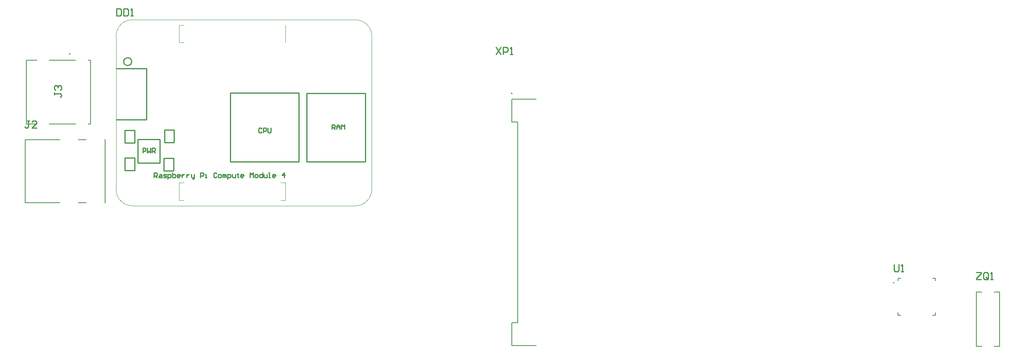
<source format=gto>
G04*
G04 #@! TF.GenerationSoftware,Altium Limited,Altium Designer,25.1.2 (22)*
G04*
G04 Layer_Color=65535*
%FSLAX44Y44*%
%MOMM*%
G71*
G04*
G04 #@! TF.SameCoordinates,47DE64E8-2747-4DE2-8CAA-9D4F0D5BEAA4*
G04*
G04*
G04 #@! TF.FilePolarity,Positive*
G04*
G01*
G75*
%ADD10C,0.2000*%
%ADD11C,0.1200*%
%ADD12C,0.2540*%
%ADD13C,0.1270*%
%ADD14C,0.1500*%
D10*
X97500Y862500D02*
G03*
X97500Y862500I-1000J0D01*
G01*
X1869400Y370000D02*
G03*
X1869400Y370000I-1000J0D01*
G01*
X1048000Y777500D02*
G03*
X1048000Y777500I-1000J0D01*
G01*
D11*
X231000Y935800D02*
G03*
X196000Y900800I0J-35000D01*
G01*
Y570800D02*
G03*
X231000Y535800I35000J0D01*
G01*
X711000D02*
G03*
X746000Y570800I0J35000D01*
G01*
Y900800D02*
G03*
X711000Y935800I-35000J0D01*
G01*
X332000Y886500D02*
X342000D01*
X332000Y924300D02*
X342000D01*
X332000Y547300D02*
X342000D01*
X332000Y585100D02*
X342000D01*
X550000D02*
X560000D01*
X550000Y547300D02*
X560000D01*
Y585100D01*
X332000Y547300D02*
Y585100D01*
Y886500D02*
Y924300D01*
X560000Y886500D02*
Y924300D01*
X746000Y570800D02*
Y900800D01*
X231000Y535800D02*
X711000D01*
X196000Y570800D02*
Y900800D01*
X231000Y935800D02*
X711000D01*
D12*
X229602Y845800D02*
G03*
X229602Y845800I-8602J0D01*
G01*
X196000Y830800D02*
X261000D01*
Y720800D02*
Y830800D01*
X196000Y720800D02*
X261000D01*
X196000D02*
X231000D01*
X589000Y630800D02*
Y778800D01*
X442000Y630800D02*
X589000D01*
X442000D02*
Y778800D01*
X589000D01*
X299000Y637800D02*
X320000D01*
X299000Y610800D02*
Y637800D01*
Y610800D02*
X320000D01*
Y637800D01*
X300000Y698800D02*
X321000D01*
X300000Y671800D02*
Y698800D01*
Y671800D02*
X321000D01*
Y698800D01*
X215000Y697800D02*
X236000D01*
X215000Y670800D02*
Y697800D01*
Y670800D02*
X236000D01*
Y697800D01*
X215000Y638800D02*
X236000D01*
X215000Y611800D02*
Y638800D01*
Y611800D02*
X236000D01*
Y638800D01*
X290000Y627800D02*
Y678800D01*
X243000Y627800D02*
X290000D01*
X243000D02*
Y678800D01*
X290000D01*
X606000Y777800D02*
X732000D01*
Y630800D02*
Y777800D01*
X606000Y630800D02*
X732000D01*
X606000D02*
Y777800D01*
X277540Y596672D02*
Y606669D01*
X282539D01*
X284205Y605003D01*
Y601671D01*
X282539Y600005D01*
X277540D01*
X280872D02*
X284205Y596672D01*
X289203Y603337D02*
X292535D01*
X294201Y601671D01*
Y596672D01*
X289203D01*
X287537Y598339D01*
X289203Y600005D01*
X294201D01*
X297534Y596672D02*
X302532D01*
X304198Y598339D01*
X302532Y600005D01*
X299200D01*
X297534Y601671D01*
X299200Y603337D01*
X304198D01*
X307530Y593340D02*
Y603337D01*
X312529D01*
X314195Y601671D01*
Y598339D01*
X312529Y596672D01*
X307530D01*
X317527Y606669D02*
Y596672D01*
X322526D01*
X324192Y598339D01*
Y600005D01*
Y601671D01*
X322526Y603337D01*
X317527D01*
X332522Y596672D02*
X329190D01*
X327524Y598339D01*
Y601671D01*
X329190Y603337D01*
X332522D01*
X334188Y601671D01*
Y600005D01*
X327524D01*
X337521Y603337D02*
Y596672D01*
Y600005D01*
X339187Y601671D01*
X340853Y603337D01*
X342519D01*
X347518D02*
Y596672D01*
Y600005D01*
X349184Y601671D01*
X350850Y603337D01*
X352516D01*
X357514D02*
Y598339D01*
X359180Y596672D01*
X364179D01*
Y595006D01*
X362513Y593340D01*
X360847D01*
X364179Y596672D02*
Y603337D01*
X377508Y596672D02*
Y606669D01*
X382506D01*
X384172Y605003D01*
Y601671D01*
X382506Y600005D01*
X377508D01*
X387505Y596672D02*
X390837D01*
X389171D01*
Y603337D01*
X387505D01*
X412497Y605003D02*
X410830Y606669D01*
X407498D01*
X405832Y605003D01*
Y598339D01*
X407498Y596672D01*
X410830D01*
X412497Y598339D01*
X417495Y596672D02*
X420827D01*
X422493Y598339D01*
Y601671D01*
X420827Y603337D01*
X417495D01*
X415829Y601671D01*
Y598339D01*
X417495Y596672D01*
X425826D02*
Y603337D01*
X427492D01*
X429158Y601671D01*
Y596672D01*
Y601671D01*
X430824Y603337D01*
X432490Y601671D01*
Y596672D01*
X435822Y593340D02*
Y603337D01*
X440821D01*
X442487Y601671D01*
Y598339D01*
X440821Y596672D01*
X435822D01*
X445819Y603337D02*
Y598339D01*
X447485Y596672D01*
X452484D01*
Y603337D01*
X457482Y605003D02*
Y603337D01*
X455816D01*
X459148D01*
X457482D01*
Y598339D01*
X459148Y596672D01*
X469145D02*
X465813D01*
X464147Y598339D01*
Y601671D01*
X465813Y603337D01*
X469145D01*
X470811Y601671D01*
Y600005D01*
X464147D01*
X484140Y596672D02*
Y606669D01*
X487472Y603337D01*
X490805Y606669D01*
Y596672D01*
X495803D02*
X499135D01*
X500802Y598339D01*
Y601671D01*
X499135Y603337D01*
X495803D01*
X494137Y601671D01*
Y598339D01*
X495803Y596672D01*
X510798Y606669D02*
Y596672D01*
X505800D01*
X504134Y598339D01*
Y601671D01*
X505800Y603337D01*
X510798D01*
X514131D02*
Y598339D01*
X515797Y596672D01*
X520795D01*
Y603337D01*
X524127Y596672D02*
X527460D01*
X525793D01*
Y606669D01*
X524127D01*
X537456Y596672D02*
X534124D01*
X532458Y598339D01*
Y601671D01*
X534124Y603337D01*
X537456D01*
X539123Y601671D01*
Y600005D01*
X532458D01*
X557450Y596672D02*
Y606669D01*
X552452Y601671D01*
X559116D01*
X509203Y701672D02*
X507537Y703338D01*
X504205D01*
X502538Y701672D01*
Y695008D01*
X504205Y693342D01*
X507537D01*
X509203Y695008D01*
X512535Y693342D02*
Y703338D01*
X517534D01*
X519200Y701672D01*
Y698340D01*
X517534Y696674D01*
X512535D01*
X522532Y703338D02*
Y695008D01*
X524198Y693342D01*
X527530D01*
X529197Y695008D01*
Y703338D01*
X660540Y700340D02*
Y710337D01*
X665538D01*
X667205Y708671D01*
Y705339D01*
X665538Y703672D01*
X660540D01*
X663872D02*
X667205Y700340D01*
X670537D02*
Y707005D01*
X673869Y710337D01*
X677201Y707005D01*
Y700340D01*
Y705339D01*
X670537D01*
X680534Y700340D02*
Y710337D01*
X683866Y707005D01*
X687198Y710337D01*
Y700340D01*
X253392Y649784D02*
Y659781D01*
X258390D01*
X260056Y658115D01*
Y654783D01*
X258390Y653117D01*
X253392D01*
X263389Y659781D02*
Y649784D01*
X266721Y653117D01*
X270053Y649784D01*
Y659781D01*
X273385Y649784D02*
Y659781D01*
X278384D01*
X280050Y658115D01*
Y654783D01*
X278384Y653117D01*
X273385D01*
X276717D02*
X280050Y649784D01*
X197278Y959327D02*
Y944092D01*
X204895D01*
X207435Y946631D01*
Y956788D01*
X204895Y959327D01*
X197278D01*
X212513D02*
Y944092D01*
X220131D01*
X222670Y946631D01*
Y956788D01*
X220131Y959327D01*
X212513D01*
X227748Y944092D02*
X232826D01*
X230287D01*
Y959327D01*
X227748Y956788D01*
X2045890Y392653D02*
X2056047D01*
Y390114D01*
X2045890Y379957D01*
Y377418D01*
X2056047D01*
X2071282Y379957D02*
Y390114D01*
X2068743Y392653D01*
X2063664D01*
X2061125Y390114D01*
Y379957D01*
X2063664Y377418D01*
X2068743D01*
X2066203Y382496D02*
X2071282Y377418D01*
X2068743D02*
X2071282Y379957D01*
X2076360Y377418D02*
X2081438D01*
X2078899D01*
Y392653D01*
X2076360Y390114D01*
X1868852Y409163D02*
Y396467D01*
X1871391Y393928D01*
X1876470D01*
X1879009Y396467D01*
Y409163D01*
X1884087Y393928D02*
X1889165D01*
X1886626D01*
Y409163D01*
X1884087Y406624D01*
X1013126Y876523D02*
X1023283Y861288D01*
Y876523D02*
X1013126Y861288D01*
X1028361D02*
Y876523D01*
X1035979D01*
X1038518Y873984D01*
Y868905D01*
X1035979Y866366D01*
X1028361D01*
X1043596Y861288D02*
X1048674D01*
X1046135D01*
Y876523D01*
X1043596Y873984D01*
X63457Y779555D02*
Y774476D01*
Y777015D01*
X76152D01*
X78692Y774476D01*
Y771937D01*
X76152Y769398D01*
X65996Y784633D02*
X63457Y787172D01*
Y792251D01*
X65996Y794790D01*
X68535D01*
X71074Y792251D01*
Y789711D01*
Y792251D01*
X73613Y794790D01*
X76152D01*
X78692Y792251D01*
Y787172D01*
X76152Y784633D01*
X10331Y718027D02*
X5252D01*
X7792D01*
Y705331D01*
X5252Y702792D01*
X2713D01*
X174Y705331D01*
X25566Y702792D02*
X15409D01*
X25566Y712949D01*
Y715488D01*
X23027Y718027D01*
X17948D01*
X15409Y715488D01*
D13*
X52700Y848750D02*
X109300D01*
X52700Y711250D02*
X109300D01*
X135700D02*
X141000D01*
X135700Y848750D02*
X141000D01*
Y711250D02*
Y848750D01*
X3000Y711250D02*
X26300D01*
X3000D02*
Y848750D01*
X26300D01*
X1878000Y374300D02*
Y380000D01*
Y300000D02*
Y305700D01*
X1958000Y374300D02*
Y380000D01*
Y300000D02*
Y305700D01*
X1878000Y380000D02*
X1883700D01*
X1878000Y300000D02*
X1883700D01*
X1952300Y380000D02*
X1958000D01*
X1952300Y300000D02*
X1958000D01*
X2046000Y233500D02*
Y350500D01*
X2057850D01*
X2046000Y233500D02*
X2057850D01*
X2096000D02*
Y350500D01*
X2084150Y233500D02*
X2096000D01*
X2084150Y350500D02*
X2096000D01*
X115030Y677500D02*
X131770D01*
X500D02*
X74970D01*
X171830D02*
X172500D01*
X115030Y542500D02*
X131770D01*
X500D02*
X74970D01*
X171830D02*
X172500D01*
Y677500D01*
X500Y542500D02*
Y677500D01*
D14*
X1047400Y283700D02*
X1059900D01*
X1047400Y235000D02*
X1100000D01*
X1047400D02*
Y283700D01*
X1059900D02*
Y716300D01*
X1047400Y765000D02*
X1100000D01*
X1047400Y716300D02*
X1059900D01*
X1047400D02*
Y765000D01*
M02*

</source>
